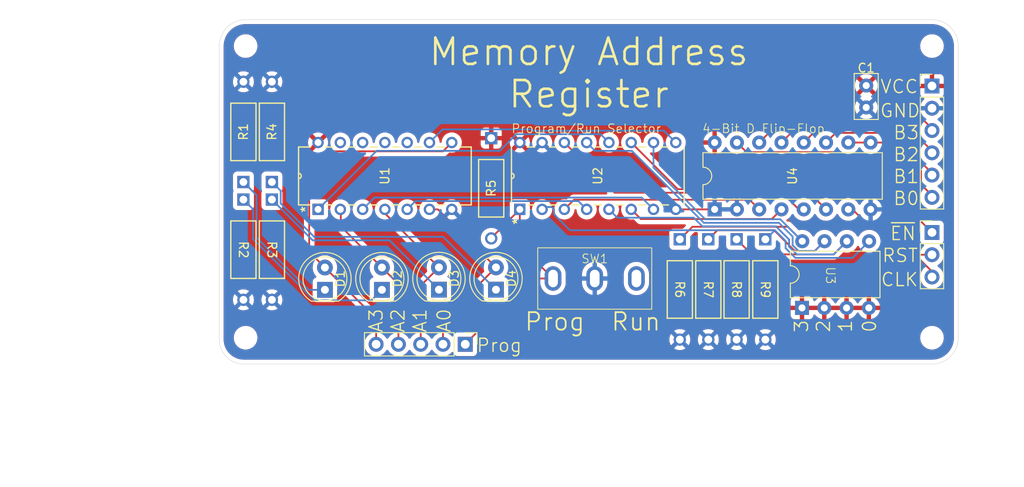
<source format=kicad_pcb>
(kicad_pcb (version 20240108) (generator "pcbnew") (generator_version "8.0")
  (layers (0 "F.Cu" signal) (31 "B.Cu" signal) (34 "B.Paste" user) (35 "F.Paste" user) (36 "B.SilkS" user "B.Silkscreen") (37 "F.SilkS" user "F.Silkscreen") (38 "B.Mask" user) (39 "F.Mask" user) (44 "Edge.Cuts" user))
  (net 0 "")
  (net 1 "GND")
  (net 2 "+5V")
  (net 3 "Net-(D1-K)")
  (net 4 "/A3")
  (net 5 "/A2")
  (net 6 "Net-(D2-K)")
  (net 7 "Net-(D4-K)")
  (net 8 "/A1")
  (net 9 "/A0")
  (net 10 "/Bus 0")
  (net 11 "/Bus 2")
  (net 12 "/Bus 1")
  (net 13 "/Bus 3")
  (net 14 "/~En")
  (net 15 "/Program")
  (net 16 "/RST")
  (net 17 "/CLK")
  (net 18 "/B1")
  (net 19 "/Prog 3")
  (net 20 "/B3")
  (net 21 "/B2")
  (net 22 "/Prog 1")
  (net 23 "/B0")
  (net 24 "/Prog 0")
  (net 25 "/Prog 2")
  (net 27 "Net-(D3-K)")
  (net 28 "/~A2")
  (net 29 "/~A0")
  (net 30 "/~A1")
  (net 31 "/~A3")
  (footprint "_DownloadFootprints:CF_series_Resistors_THT" (layer "F.Cu") (at 155 81.75 90)
    (property "Reference" "R4" (at 5.715 0 90) (layer "F.SilkS"))
    (property "Value" "220")
    (fp_line (start 8.9916 -1.4351) (end 2.4384 -1.4351) (stroke (width 0.1524)) (layer "F.SilkS"))
    (fp_line (start 2.4384 -1.4351) (end 2.4384 1.4351) (stroke (width 0.1524)) (layer "F.SilkS"))
    (fp_line (start 8.9916 1.4351) (end 8.9916 -1.4351) (stroke (width 0.1524)) (layer "F.SilkS"))
    (fp_line (start 2.4384 1.4351) (end 8.9916 1.4351) (stroke (width 0.1524)) (layer "F.SilkS"))
    (pad "1" thru_hole rect (at 0 0 90) (size 1.397 1.397) (drill 0.889) (layers "*.Cu" "*.Mask") (net 7 "Net-(D4-K)"))
    (pad "2" thru_hole circle (at 11.43 0 90) (size 1.397 1.397) (drill 0.889) (layers "*.Cu" "*.Mask") (net 1 "GND"))
  )
  (footprint "_DownloadFootprints:2_to_1_selector" (layer "F.Cu") (at 201.04 77.25 90)
    (property "Reference" "U2" (at -3.81 -8.89 90) (layer "F.SilkS"))
    (property "Value" "CD74HCT258E")
    (fp_line (start -0.508 -18.7325) (end -6.838835 -18.7325) (stroke (width 0.1524)) (layer "F.SilkS"))
    (fp_line (start -7.112 -16.79956) (end -7.112 -16.078569) (stroke (width 0.1524)) (layer "F.SilkS"))
    (fp_line (start -0.508 -16.078569) (end -0.508 -16.941431) (stroke (width 0.1524)) (layer "F.SilkS"))
    (fp_line (start -7.112 -14.401431) (end -7.112 -13.538569) (stroke (width 0.1524)) (layer "F.SilkS"))
    (fp_line (start -0.508 -13.538569) (end -0.508 -14.401431) (stroke (width 0.1524)) (layer "F.SilkS"))
    (fp_line (start -7.112 -11.861431) (end -7.112 -10.998569) (stroke (width 0.1524)) (layer "F.SilkS"))
    (fp_line (start -0.508 -10.998569) (end -0.508 -11.861431) (stroke (width 0.1524)) (layer "F.SilkS"))
    (fp_line (start -7.112 -9.321431) (end -7.112 -8.458569) (stroke (width 0.1524)) (layer "F.SilkS"))
    (fp_line (start -0.508 -8.458569) (end -0.508 -9.321431) (stroke (width 0.1524)) (layer "F.SilkS"))
    (fp_line (start -7.112 -6.781431) (end -7.112 -5.918569) (stroke (width 0.1524)) (layer "F.SilkS"))
    (fp_line (start -0.508 -5.918569) (end -0.508 -6.781431) (stroke (width 0.1524)) (layer "F.SilkS"))
    (fp_line (start -7.112 -4.241431) (end -7.112 -3.378569) (stroke (width 0.1524)) (layer "F.SilkS"))
    (fp_line (start -0.508 -3.378569) (end -0.508 -4.241431) (stroke (width 0.1524)) (layer "F.SilkS"))
    (fp_line (start -7.112 -1.701431) (end -7.112 -0.838569) (stroke (width 0.1524)) (layer "F.SilkS"))
    (fp_line (start -0.508 -0.838569) (end -0.508 -1.701431) (stroke (width 0.1524)) (layer "F.SilkS"))
    (fp_line (start -7.112 0.9525) (end -0.508 0.9525) (stroke (width 0.1524)) (layer "F.SilkS"))
    (fp_arc (start -3.5052 -18.7325) (mid -3.81 -18.4277) (end -4.1148 -18.7325) (stroke (width 0.1524)) (layer "F.SilkS"))
    (fp_text user "*" (at -9 -18.04 90) (layer "F.SilkS"))
    (pad "1" thru_hole rect (at -7.62 -17.78 90) (size 1.2954 1.2954) (drill 0.7874) (layers "*.Cu" "*.Mask") (net 15 "/Program"))
    (pad "2" thru_hole circle (at -7.62 -15.24 90) (size 1.2954 1.2954) (drill 0.7874) (layers "*.Cu" "*.Mask") (net 24 "/Prog 0"))
    (pad "3" thru_hole circle (at -7.62 -12.7 90) (size 1.2954 1.2954) (drill 0.7874) (layers "*.Cu" "*.Mask") (net 23 "/B0"))
    (pad "4" thru_hole circle (at -7.62 -10.16 90) (size 1.2954 1.2954) (drill 0.7874) (layers "*.Cu" "*.Mask") (net 29 "/~A0"))
    (pad "5" thru_hole circle (at -7.62 -7.62 90) (size 1.2954 1.2954) (drill 0.7874) (layers "*.Cu" "*.Mask") (net 22 "/Prog 1"))
    (pad "6" thru_hole circle (at -7.62 -5.08 90) (size 1.2954 1.2954) (drill 0.7874) (layers "*.Cu" "*.Mask") (net 18 "/B1"))
    (pad "7" thru_hole circle (at -7.62 -2.54 90) (size 1.2954 1.2954) (drill 0.7874) (layers "*.Cu" "*.Mask") (net 30 "/~A1"))
    (pad "8" thru_hole circle (at -7.62 0 90) (size 1.2954 1.2954) (drill 0.7874) (layers "*.Cu" "*.Mask") (net 1 "GND"))
    (pad "9" thru_hole circle (at 0 0 90) (size 1.2954 1.2954) (drill 0.7874) (layers "*.Cu" "*.Mask") (net 31 "/~A3"))
    (pad "10" thru_hole circle (at 0 -2.54 90) (size 1.2954 1.2954) (drill 0.7874) (layers "*.Cu" "*.Mask") (net 19 "/Prog 3"))
    (pad "11" thru_hole circle (at 0 -5.08 90) (size 1.2954 1.2954) (drill 0.7874) (layers "*.Cu" "*.Mask") (net 20 "/B3"))
    (pad "12" thru_hole circle (at 0 -7.62 90) (size 1.2954 1.2954) (drill 0.7874) (layers "*.Cu" "*.Mask") (net 28 "/~A2"))
    (pad "13" thru_hole circle (at 0 -10.16 90) (size 1.2954 1.2954) (drill 0.7874) (layers "*.Cu" "*.Mask") (net 25 "/Prog 2"))
    (pad "14" thru_hole circle (at 0 -12.7 90) (size 1.2954 1.2954) (drill 0.7874) (layers "*.Cu" "*.Mask") (net 21 "/B2"))
    (pad "15" thru_hole circle (at 0 -15.24 90) (size 1.2954 1.2954) (drill 0.7874) (layers "*.Cu" "*.Mask") (net 1 "GND"))
    (pad "16" thru_hole circle (at 0 -17.78 90) (size 1.2954 1.2954) (drill 0.7874) (layers "*.Cu" "*.Mask") (net 2 "+5V"))
  )
  (footprint "MountingHole:MountingHole_2.2mm_M2" (layer "F.Cu") (at 230.25 99.5 -90)
    (property "Reference" "REF**" (hide yes))
    (property "Value" "MountingHole_2.2mm_M2" (hide yes))
    (pad "" np_thru_hole circle (at 0 0 270) (size 2.2 2.2) (drill 2.2) (layers "F&B.Cu" "*.Mask"))
  )
  (footprint "LED_THT:LED_D5.0mm" (layer "F.Cu") (at 174.04 94.025 90)
    (property "Reference" "D3" (at 1.275 1.75 90) (layer "F.SilkS"))
    (property "Value" "LED")
    (fp_line (start -1.29 -1.545) (end -1.29 1.545) (stroke (width 0.12)) (layer "F.SilkS"))
    (fp_arc (start -1.29 -1.54483) (mid 2.072002 -2.880433) (end 4.26 0.000462) (stroke (width 0.12)) (layer "F.SilkS"))
    (fp_arc (start 4.26 -0.000462) (mid 2.072002 2.880433) (end -1.29 1.54483) (stroke (width 0.12)) (layer "F.SilkS"))
    (fp_circle (center 1.27 0) (end 3.77 0) (stroke (width 0.12)) (fill none) (layer "F.SilkS"))
    (pad "1" thru_hole rect (at 0 0 90) (size 1.8 1.8) (drill 0.9) (layers "*.Cu" "*.Mask") (net 27 "Net-(D3-K)"))
    (pad "2" thru_hole circle (at 2.54 0 90) (size 1.8 1.8) (drill 0.9) (layers "*.Cu" "*.Mask") (net 8 "/A1"))
  )
  (footprint "LED_THT:LED_D5.0mm" (layer "F.Cu") (at 180.54 94.025 90)
    (property "Reference" "D4" (at 1.275 1.75 90) (layer "F.SilkS"))
    (property "Value" "LED")
    (fp_line (start -1.29 -1.545) (end -1.29 1.545) (stroke (width 0.12)) (layer "F.SilkS"))
    (fp_arc (start -1.29 -1.54483) (mid 2.072002 -2.880433) (end 4.26 0.000462) (stroke (width 0.12)) (layer "F.SilkS"))
    (fp_arc (start 4.26 -0.000462) (mid 2.072002 2.880433) (end -1.29 1.54483) (stroke (width 0.12)) (layer "F.SilkS"))
    (fp_circle (center 1.27 0) (end 3.77 0) (stroke (width 0.12)) (fill none) (layer "F.SilkS"))
    (pad "1" thru_hole rect (at 0 0 90) (size 1.8 1.8) (drill 0.9) (layers "*.Cu" "*.Mask") (net 7 "Net-(D4-K)"))
    (pad "2" thru_hole circle (at 2.54 0 90) (size 1.8 1.8) (drill 0.9) (layers "*.Cu" "*.Mask") (net 9 "/A0"))
  )
  (footprint "LED_THT:LED_D5.0mm" (layer "F.Cu") (at 161.04 94.04 90)
    (property "Reference" "D1" (at 1.27 1.75 -90) (layer "F.SilkS"))
    (property "Value" "LED")
    (fp_line (start -1.29 -1.545) (end -1.29 1.545) (stroke (width 0.12)) (layer "F.SilkS"))
    (fp_arc (start -1.29 -1.54483) (mid 2.072002 -2.880433) (end 4.26 0.000462) (stroke (width 0.12)) (layer "F.SilkS"))
    (fp_arc (start 4.26 -0.000462) (mid 2.072002 2.880433) (end -1.29 1.54483) (stroke (width 0.12)) (layer "F.SilkS"))
    (fp_circle (center 1.27 0) (end 3.77 0) (stroke (width 0.12)) (fill none) (layer "F.SilkS"))
    (pad "1" thru_hole rect (at 0 0 90) (size 1.8 1.8) (drill 0.9) (layers "*.Cu" "*.Mask") (net 3 "Net-(D1-K)"))
    (pad "2" thru_hole circle (at 2.54 0 90) (size 1.8 1.8) (drill 0.9) (layers "*.Cu" "*.Mask") (net 4 "/A3"))
  )
  (footprint "MountingHole:MountingHole_2.2mm_M2" (layer "F.Cu") (at 152 66.25 90)
    (property "Reference" "REF**" (hide yes))
    (property "Value" "MountingHole_2.2mm_M2" (hide yes))
    (pad "" np_thru_hole circle (at 0 0 90) (size 2.2 2.2) (drill 2.2) (layers "F&B.Cu" "*.Mask"))
  )
  (footprint "_DownloadFootprints:CF_series_Resistors_THT" (layer "F.Cu") (at 151.75 83.75 -90)
    (property "Reference" "R2" (at 5.715 0 -90) (layer "F.SilkS"))
    (property "Value" "220")
    (fp_line (start 2.4384 1.4351) (end 8.9916 1.4351) (stroke (width 0.1524)) (layer "F.SilkS"))
    (fp_line (start 8.9916 1.4351) (end 8.9916 -1.4351) (stroke (width 0.1524)) (layer "F.SilkS"))
    (fp_line (start 2.4384 -1.4351) (end 2.4384 1.4351) (stroke (width 0.1524)) (layer "F.SilkS"))
    (fp_line (start 8.9916 -1.4351) (end 2.4384 -1.4351) (stroke (width 0.1524)) (layer "F.SilkS"))
    (pad "1" thru_hole rect (at 0 0 270) (size 1.397 1.397) (drill 0.889) (layers "*.Cu" "*.Mask") (net 6 "Net-(D2-K)"))
    (pad "2" thru_hole circle (at 11.43 0 270) (size 1.397 1.397) (drill 0.889) (layers "*.Cu" "*.Mask") (net 1 "GND"))
  )
  (footprint "_DownloadFootprints:6x_not" (layer "F.Cu") (at 175.5 77.25 90)
    (property "Reference" "U1" (at -3.81 -7.62 90) (layer "F.SilkS"))
    (property "Value" "SN74AC14N")
    (fp_line (start -0.508 -17.4625) (end -7.112 -17.4625) (stroke (width 0.1524)) (layer "F.SilkS"))
    (fp_line (start -7.112 -17.4625) (end -7.112 -16.22044) (stroke (width 0.1524)) (layer "F.SilkS"))
    (fp_line (start -0.508 -16.078569) (end -0.508 -17.4625) (stroke (width 0.1524)) (layer "F.SilkS"))
    (fp_line (start -7.112 -14.25956) (end -7.112 -13.538569) (stroke (width 0.1524)) (layer "F.SilkS"))
    (fp_line (start -0.508 -13.538569) (end -0.508 -14.401431) (stroke (width 0.1524)) (layer "F.SilkS"))
    (fp_line (start -7.112 -11.861431) (end -7.112 -10.998569) (stroke (width 0.1524)) (layer "F.SilkS"))
    (fp_line (start -0.508 -10.998569) (end -0.508 -11.861431) (stroke (width 0.1524)) (layer "F.SilkS"))
    (fp_line (start -7.112 -9.321431) (end -7.112 -8.458569) (stroke (width 0.1524)) (layer "F.SilkS"))
    (fp_line (start -0.508 -8.458569) (end -0.508 -9.321431) (stroke (width 0.1524)) (layer "F.SilkS"))
    (fp_line (start -7.112 -6.781431) (end -7.112 -5.918569) (stroke (width 0.1524)) (layer "F.SilkS"))
    (fp_line (start -0.508 -5.918569) (end -0.508 -6.781431) (stroke (width 0.1524)) (layer "F.SilkS"))
    (fp_line (start -7.112 -4.241431) (end -7.112 -3.378569) (stroke (width 0.1524)) (layer "F.SilkS"))
    (fp_line (start -0.508 -3.378569) (end -0.508 -4.241431) (stroke (width 0.1524)) (layer "F.SilkS"))
    (fp_line (start -7.112 -1.701431) (end -7.112 -0.838569) (stroke (width 0.1524)) (layer "F.SilkS"))
    (fp_line (start -0.508 -0.838569) (end -0.508 -1.701431) (stroke (width 0.1524)) (layer "F.SilkS"))
    (fp_line (start -7.112 0.838569) (end -7.112 2.2225) (stroke (width 0.1524)) (layer "F.SilkS"))
    (fp_line (start -0.508 2.2225) (end -0.508 0.838569) (stroke (width 0.1524)) (layer "F.SilkS"))
    (fp_line (start -7.112 2.2225) (end -0.508 2.2225) (stroke (width 0.1524)) (layer "F.SilkS"))
    (fp_arc (start -3.5052 -17.4625) (mid -3.81 -17.1577) (end -4.1148 -17.4625) (stroke (width 0.1524)) (layer "F.SilkS"))
    (fp_text user "*" (at -7.62 -16.6497 90) (layer "F.SilkS"))
    (pad "1" thru_hole rect (at -7.62 -15.24 90) (size 1.2954 1.2954) (drill 0.7874) (layers "*.Cu" "*.Mask") (net 28 "/~A2"))
    (pad "2" thru_hole circle (at -7.62 -12.7 90) (size 1.2954 1.2954) (drill 0.7874) (layers "*.Cu" "*.Mask") (net 5 "/A2"))
    (pad "3" thru_hole circle (at -7.62 -10.16 90) (size 1.2954 1.2954) (drill 0.7874) (layers "*.Cu" "*.Mask") (net 30 "/~A1"))
    (pad "4" thru_hole circle (at -7.62 -7.62 90) (size 1.2954 1.2954) (drill 0.7874) (layers "*.Cu" "*.Mask") (net 8 "/A1"))
    (pad "5" thru_hole circle (at -7.62 -5.08 90) (size 1.2954 1.2954) (drill 0.7874) (layers "*.Cu" "*.Mask") (net 29 "/~A0"))
    (pad "6" thru_hole circle (at -7.62 -2.54 90) (size 1.2954 1.2954) (drill 0.7874) (layers "*.Cu" "*.Mask") (net 9 "/A0"))
    (pad "7" thru_hole circle (at -7.62 0 90) (size 1.2954 1.2954) (drill 0.7874) (layers "*.Cu" "*.Mask") (net 1 "GND"))
    (pad "8" thru_hole circle (at 0 0 90) (size 1.2954 1.2954) (drill 0.7874) (layers "*.Cu" "*.Mask") (net 4 "/A3"))
    (pad "9" thru_hole circle (at 0 -2.54 90) (size 1.2954 1.2954) (drill 0.7874) (layers "*.Cu" "*.Mask") (net 31 "/~A3"))
    (pad "10" thru_hole circle (at 0 -5.08 90) (size 1.2954 1.2954) (drill 0.7874) (layers "*.Cu" "*.Mask"))
    (pad "11" thru_hole circle (at 0 -7.62 90) (size 1.2954 1.2954) (drill 0.7874) (layers "*.Cu" "*.Mask"))
    (pad "12" thru_hole circle (at 0 -10.16 90) (size 1.2954 1.2954) (drill 0.7874) (layers "*.Cu" "*.Mask"))
    (pad "13" thru_hole circle (at 0 -12.7 90) (size 1.2954 1.2954) (drill 0.7874) (layers "*.Cu" "*.Mask"))
    (pad "14" thru_hole circle (at 0 -15.24 90) (size 1.2954 1.2954) (drill 0.7874) (layers "*.Cu" "*.Mask") (net 2 "+5V"))
  )
  (footprint "_DownloadFootprints:CF_series_Resistors_THT" (layer "F.Cu") (at 151.75 81.75 90)
    (property "Reference" "R1" (at 5.715 0 90) (layer "F.SilkS"))
    (property "Value" "220")
    (fp_line (start 8.9916 -1.4351) (end 2.4384 -1.4351) (stroke (width 0.1524)) (layer "F.SilkS"))
    (fp_line (start 2.4384 -1.4351) (end 2.4384 1.4351) (stroke (width 0.1524)) (layer "F.SilkS"))
    (fp_line (start 8.9916 1.4351) (end 8.9916 -1.4351) (stroke (width 0.1524)) (layer "F.SilkS"))
    (fp_line (start 2.4384 1.4351) (end 8.9916 1.4351) (stroke (width 0.1524)) (layer "F.SilkS"))
    (pad "1" thru_hole rect (at 0 0 90) (size 1.397 1.397) (drill 0.889) (layers "*.Cu" "*.Mask") (net 3 "Net-(D1-K)"))
    (pad "2" thru_hole circle (at 11.43 0 90) (size 1.397 1.397) (drill 0.889) (layers "*.Cu" "*.Mask") (net 1 "GND"))
  )
  (footprint "Connector_PinHeader_2.54mm:PinHeader_1x03_P2.54mm_Vertical" (layer "F.Cu") (at 230.25 87.5)
    (property "Reference" "J3" (hide yes))
    (property "Value" "Conn_01x03_Pin")
    (fp_line (start -1.33 -1.33) (end 0 -1.33) (stroke (width 0.12)) (layer "F.SilkS"))
    (fp_line (start -1.33 0) (end -1.33 -1.33) (stroke (width 0.12)) (layer "F.SilkS"))
    (fp_line (start -1.33 1.27) (end -1.33 6.41) (stroke (width 0.12)) (layer "F.SilkS"))
    (fp_line (start -1.33 1.27) (end 1.33 1.27) (stroke (width 0.12)) (layer "F.SilkS"))
    (fp_line (start -1.33 6.41) (end 1.33 6.41) (stroke (width 0.12)) (layer "F.SilkS"))
    (fp_line (start 1.33 1.27) (end 1.33 6.41) (stroke (width 0.12)) (layer "F.SilkS"))
    (pad "1" thru_hole rect (at 0 0) (size 1.7 1.7) (drill 1) (layers "*.Cu" "*.Mask") (net 14 "/~En"))
    (pad "2" thru_hole oval (at 0 2.54) (size 1.7 1.7) (drill 1) (layers "*.Cu" "*.Mask") (net 16 "/RST"))
    (pad "3" thru_hole oval (at 0 5.08) (size 1.7 1.7) (drill 1) (layers "*.Cu" "*.Mask") (net 17 "/CLK"))
  )
  (footprint "MountingHole:MountingHole_2.2mm_M2" (layer "F.Cu") (at 230.25 66.25)
    (property "Reference" "REF**" (hide yes))
    (property "Value" "MountingHole_2.2mm_M2" (hide yes))
    (pad "" np_thru_hole circle (at 0 0) (size 2.2 2.2) (drill 2.2) (layers "F&B.Cu" "*.Mask"))
  )
  (footprint "_DownloadFootprints:CF_series_Resistors_THT" (layer "F.Cu") (at 211.25 88.285 -90)
    (property "Reference" "R9" (at 5.715 0 -90) (layer "F.SilkS"))
    (property "Value" "1k")
    (fp_line (start 2.4384 1.4351) (end 8.9916 1.4351) (stroke (width 0.1524)) (layer "F.SilkS"))
    (fp_line (start 8.9916 1.4351) (end 8.9916 -1.4351) (stroke (width 0.1524)) (layer "F.SilkS"))
    (fp_line (start 2.4384 -1.4351) (end 2.4384 1.4351) (stroke (width 0.1524)) (layer "F.SilkS"))
    (fp_line (start 8.9916 -1.4351) (end 2.4384 -1.4351) (stroke (width 0.1524)) (layer "F.SilkS"))
    (pad "1" thru_hole rect (at 0 0 270) (size 1.397 1.397) (drill 0.889) (layers "*.Cu" "*.Mask") (net 24 "/Prog 0"))
    (pad "2" thru_hole circle (at 11.43 0 270) (size 1.397 1.397) (drill 0.889) (layers "*.Cu" "*.Mask") (net 1 "GND"))
  )
  (footprint "Package_DIP:DIP-16_W7.62mm" (layer "F.Cu") (at 205.47 84.87 90)
    (property "Reference" "U4" (at 3.8 8.875 90) (layer "F.SilkS"))
    (property "Value" "74LS173")
    (fp_line (start 6.46 -1.33) (end 4.81 -1.33) (stroke (width 0.12)) (layer "F.SilkS"))
    (fp_line (start 2.81 -1.33) (end 1.16 -1.33) (stroke (width 0.12)) (layer "F.SilkS"))
    (fp_line (start 1.16 -1.33) (end 1.16 19.11) (stroke (width 0.12)) (layer "F.SilkS"))
    (fp_line (start 6.46 19.11) (end 6.46 -1.33) (stroke (width 0.12)) (layer "F.SilkS"))
    (fp_line (start 1.16 19.11) (end 6.46 19.11) (stroke (width 0.12)) (layer "F.SilkS"))
    (fp_arc (start 4.81 -1.33) (mid 3.81 -0.33) (end 2.81 -1.33) (stroke (width 0.12)) (layer "F.SilkS"))
    (pad "1" thru_hole rect (at 0 0 90) (size 1.6 1.6) (drill 0.8) (layers "*.Cu" "*.Mask") (net 1 "GND"))
    (pad "2" thru_hole oval (at 0 2.54 90) (size 1.6 1.6) (drill 0.8) (layers "*.Cu" "*.Mask") (net 1 "GND"))
    (pad "3" thru_hole oval (at 0 5.08 90) (size 1.6 1.6) (drill 0.8) (layers "*.Cu" "*.Mask") (net 23 "/B0"))
    (pad "4" thru_hole oval (at 0 7.62 90) (size 1.6 1.6) (drill 0.8) (layers "*.Cu" "*.Mask") (net 18 "/B1"))
    (pad "5" thru_hole oval (at 0 10.16 90) (size 1.6 1.6) (drill 0.8) (layers "*.Cu" "*.Mask") (net 21 "/B2"))
    (pad "6" thru_hole oval (at 0 12.7 90) (size 1.6 1.6) (drill 0.8) (layers "*.Cu" "*.Mask") (net 20 "/B3"))
    (pad "7" thru_hole oval (at 0 15.24 90) (size 1.6 1.6) (drill 0.8) (layers "*.Cu" "*.Mask") (net 17 "/CLK"))
    (pad "8" thru_hole oval (at 0 17.78 90) (size 1.6 1.6) (drill 0.8) (layers "*.Cu" "*.Mask") (net 1 "GND"))
    (pad "9" thru_hole oval (at 7.62 17.78 90) (size 1.6 1.6) (drill 0.8) (layers "*.Cu" "*.Mask") (net 14 "/~En"))
    (pad "10" thru_hole oval (at 7.62 15.24 90) (size 1.6 1.6) (drill 0.8) (layers "*.Cu" "*.Mask") (net 14 "/~En"))
    (pad "11" thru_hole oval (at 7.62 12.7 90) (size 1.6 1.6) (drill 0.8) (layers "*.Cu" "*.Mask") (net 13 "/Bus 3"))
    (pad "12" thru_hole oval (at 7.62 10.16 90) (size 1.6 1.6) (drill 0.8) (layers "*.Cu" "*.Mask") (net 11 "/Bus 2"))
    (pad "13" thru_hole oval (at 7.62 7.62 90) (size 1.6 1.6) (drill 0.8) (layers "*.Cu" "*.Mask") (net 12 "/Bus 1"))
    (pad "14" thru_hole oval (at 7.62 5.08 90) (size 1.6 1.6) (drill 0.8) (layers "*.Cu" "*.Mask") (net 10 "/Bus 0"))
    (pad "15" thru_hole oval (at 7.62 2.54 90) (size 1.6 1.6) (drill 0.8) (layers "*.Cu" "*.Mask") (net 16 "/RST"))
    (pad "16" thru_hole oval (at 7.62 0 90) (size 1.6 1.6) (drill 0.8) (layers "*.Cu" "*.Mask") (net 2 "+5V"))
  )
  (footprint "_DownloadFootprints:CF_series_Resistors_THT" (layer "F.Cu") (at 204.75 88.285 -90)
    (property "Reference" "R7" (at 5.715 0 -90) (layer "F.SilkS"))
    (property "Value" "1k")
    (fp_line (start 2.4384 1.4351) (end 8.9916 1.4351) (stroke (width 0.1524)) (layer "F.SilkS"))
    (fp_line (start 8.9916 1.4351) (end 8.9916 -1.4351) (stroke (width 0.1524)) (layer "F.SilkS"))
    (fp_line (start 2.4384 -1.4351) (end 2.4384 1.4351) (stroke (width 0.1524)) (layer "F.SilkS"))
    (fp_line (start 8.9916 -1.4351) (end 2.4384 -1.4351) (stroke (width 0.1524)) (layer "F.SilkS"))
    (pad "1" thru_hole rect (at 0 0 270) (size 1.397 1.397) (drill 0.889) (layers "*.Cu" "*.Mask") (net 25 "/Prog 2"))
    (pad "2" thru_hole circle (at 11.43 0 270) (size 1.397 1.397) (drill 0.889) (layers "*.Cu" "*.Mask") (net 1 "GND"))
  )
  (footprint "Connector_PinHeader_2.54mm:PinHeader_1x05_P2.54mm_Vertical" (layer "F.Cu") (at 177.04 100.25 -90)
    (property "Reference" "J1" (hide yes))
    (property "Value" "Conn_01x05_Pin")
    (fp_line (start -1.33 11.49) (end 1.33 11.49) (stroke (width 0.12)) (layer "F.SilkS"))
    (fp_line (start -1.33 1.27) (end -1.33 11.49) (stroke (width 0.12)) (layer "F.SilkS"))
    (fp_line (start -1.33 1.27) (end 1.33 1.27) (stroke (width 0.12)) (layer "F.SilkS"))
    (fp_line (start 1.33 1.27) (end 1.33 11.49) (stroke (width 0.12)) (layer "F.SilkS"))
    (fp_line (start -1.33 0) (end -1.33 -1.33) (stroke (width 0.12)) (layer "F.SilkS"))
    (fp_line (start -1.33 -1.33) (end 0 -1.33) (stroke (width 0.12)) (layer "F.SilkS"))
    (pad "1" thru_hole rect (at 0 0 270) (size 1.7 1.7) (drill 1) (layers "*.Cu" "*.Mask") (net 15 "/Program"))
    (pad "2" thru_hole oval (at 0 2.54 270) (size 1.7 1.7) (drill 1) (layers "*.Cu" "*.Mask") (net 9 "/A0"))
    (pad "3" thru_hole oval (at 0 5.08 270) (size 1.7 1.7) (drill 1) (layers "*.Cu" "*.Mask") (net 8 "/A1"))
    (pad "4" thru_hole oval (at 0 7.62 270) (size 1.7 1.7) (drill 1) (layers "*.Cu" "*.Mask") (net 5 "/A2"))
    (pad "5" thru_hole oval (at 0 10.16 270) (size 1.7 1.7) (drill 1) (layers "*.Cu" "*.Mask") (net 4 "/A3"))
  )
  (footprint "MountingHole:MountingHole_2.2mm_M2" (layer "F.Cu") (at 152 99.5 180)
    (property "Reference" "REF**" (hide yes))
    (property "Value" "MountingHole_2.2mm_M2" (hide yes))
    (pad "" np_thru_hole circle (at 0 0 180) (size 2.2 2.2) (drill 2.2) (layers "F&B.Cu" "*.Mask"))
  )
  (footprint "8BitCPUFootprints:DIP-8" (layer "F.Cu") (at 218.68 92.4 90)
    (property "Reference" "U3" (at 0 0 -90) (layer "F.SilkS") (effects (font (thickness 0.1))))
    (property "Value" "~" (hide yes))
    (fp_line (start 2.76 -4.58) (end 1.11 -4.58) (stroke (width 0.12)) (layer "F.SilkS"))
    (fp_line (start -0.89 -4.58) (end -2.54 -4.58) (stroke (width 0.12)) (layer "F.SilkS"))
    (fp_line (start -2.54 -4.58) (end -2.54 5.64) (stroke (width 0.12)) (layer "F.SilkS"))
    (fp_line (start 2.76 5.64) (end 2.76 -4.58) (stroke (width 0.12)) (layer "F.SilkS"))
    (fp_line (start -2.54 5.64) (end 2.76 5.64) (stroke (width 0.12)) (layer "F.SilkS"))
    (fp_arc (start 1.11 -4.58) (mid 0.11 -3.58) (end -0.89 -4.58) (stroke (width 0.12)) (layer "F.SilkS"))
    (pad "1" thru_hole rect (at -3.7 -3.25 90) (size 1.6 1.6) (drill 0.8) (layers "*.Cu" "*.Mask") (net 2 "+5V"))
    (pad "2" thru_hole oval (at -3.7 -0.71 90) (size 1.6 1.6) (drill 0.8) (layers "*.Cu" "*.Mask") (net 2 "+5V"))
    (pad "3" thru_hole oval (at -3.7 1.83 90) (size 1.6 1.6) (drill 0.8) (layers "*.Cu" "*.Mask") (net 2 "+5V"))
    (pad "4" thru_hole oval (at -3.7 4.37 90) (size 1.6 1.6) (drill 0.8) (layers "*.Cu" "*.Mask") (net 2 "+5V"))
    (pad "5" thru_hole oval (at 3.9 4.4 270) (size 1.6 1.6) (drill 0.8) (layers "*.Cu" "*.Mask") (net 24 "/Prog 0"))
    (pad "6" thru_hole oval (at 3.9 1.86 270) (size 1.6 1.6) (drill 0.8) (layers "*.Cu" "*.Mask") (net 22 "/Prog 1"))
    (pad "7" thru_hole oval (at 3.9 -0.68 270) (size 1.6 1.6) (drill 0.8) (layers "*.Cu" "*.Mask") (net 25 "/Prog 2"))
    (pad "8" thru_hole oval (at 3.9 -3.22 270) (size 1.6 1.6) (drill 0.8) (layers "*.Cu" "*.Mask") (net 19 "/Prog 3"))
  )
  (footprint "LED_THT:LED_D5.0mm" (layer "F.Cu") (at 167.54 94.04 90)
    (property "Reference" "D2" (at 1.27 1.75 90) (layer "F.SilkS"))
    (property "Value" "LED")
    (fp_line (start -1.29 -1.545) (end -1.29 1.545) (stroke (width 0.12)) (layer "F.SilkS"))
    (fp_arc (start -1.29 -1.54483) (mid 2.072002 -2.880433) (end 4.26 0.000462) (stroke (width 0.12)) (layer "F.SilkS"))
    (fp_arc (start 4.26 -0.000462) (mid 2.072002 2.880433) (end -1.29 1.54483) (stroke (width 0.12)) (layer "F.SilkS"))
    (fp_circle (center 1.27 0) (end 3.77 0) (stroke (width 0.12)) (fill none) (layer "F.SilkS"))
    (pad "1" thru_hole rect (at 0 0 90) (size 1.8 1.8) (drill 0.9) (layers "*.Cu" "*.Mask") (net 6 "Net-(D2-K)"))
    (pad "2" thru_hole circle (at 2.54 0 90) (size 1.8 1.8) (drill 0.9) (layers "*.Cu" "*.Mask") (net 5 "/A2"))
  )
  (footprint "_DownloadFootprints:CF_series_Resistors_THT" (layer "F.Cu") (at 180 76.75 -90)
    (property "Reference" "R5" (at 5.715 0 90) (layer "F.SilkS"))
    (property "Value" "1k")
    (fp_line (start 2.4384 1.4351) (end 8.9916 1.4351) (stroke (width 0.1524)) (layer "F.SilkS"))
    (fp_line (start 8.9916 1.4351) (end 8.9916 -1.4351) (stroke (width 0.1524)) (layer "F.SilkS"))
    (fp_line (start 2.4384 -1.4351) (end 2.4384 1.4351) (stroke (width 0.1524)) (layer "F.SilkS"))
    (fp_line (start 8.9916 -1.4351) (end 2.4384 -1.4351) (stroke (width 0.1524)) (layer "F.SilkS"))
    (pad "1" thru_hole rect (at 0 0 270) (size 1.397 1.397) (drill 0.889) (layers "*.Cu" "*.Mask") (net 2 "+5V"))
    (pad "2" thru_hole circle (at 11.43 0 270) (size 1.397 1.397) (drill 0.889) (layers "*.Cu" "*.Mask") (net 15 "/Program"))
  )
  (footprint "Connector_PinHeader_2.54mm:PinHeader_1x06_P2.54mm_Vertical" (layer "F.Cu") (at 230.25 70.8)
    (property "Reference" "J2" (hide yes))
    (property "Value" "Conn_01x06_Pin")
    (fp_line (start -1.33 -1.33) (end 0 -1.33) (stroke (width 0.12)) (layer "F.SilkS"))
    (fp_line (start -1.33 0) (end -1.33 -1.33) (stroke (width 0.12)) (layer "F.SilkS"))
    (fp_line (start -1.33 1.27) (end -1.33 14.03) (stroke (width 0.12)) (layer "F.SilkS"))
    (fp_line (start -1.33 1.27) (end 1.33 1.27) (stroke (width 0.12)) (layer "F.SilkS"))
    (fp_line (start -1.33 14.03) (end 1.33 14.03) (stroke (width 0.12)) (layer "F.SilkS"))
    (fp_line (start 1.33 1.27) (end 1.33 14.03) (stroke (width 0.12)) (layer "F.SilkS"))
    (pad "1" thru_hole rect (at 0 0) (size 1.7 1.7) (drill 1) (layers "*.Cu" "*.Mask") (net 2 "+5V"))
    (pad "2" thru_hole oval (at 0 2.54) (size 1.7 1.7) (drill 1) (layers "*.Cu" "*.Mask") (net 1 "GND"))
    (pad "3" thru_hole oval (at 0 5.08) (size 1.7 1.7) (drill 1) (layers "*.Cu" "*.Mask") (net 10 "/Bus 0"))
    (pad "4" thru_hole oval (at 0 7.62) (size 1.7 1.7) (drill 1) (layers "*.Cu" "*.Mask") (net 12 "/Bus 1"))
    (pad "5" thru_hole oval (at 0 10.16) (size 1.7 1.7) (drill 1) (layers "*.Cu" "*.Mask") (net 11 "/Bus 2"))
    (pad "6" thru_hole oval (at 0 12.7) (size 1.7 1.7) (drill 1) (layers "*.Cu" "*.Mask") (net 13 "/Bus 3"))
  )
  (footprint "Capacitor_THT:C_Disc_D5.0mm_W2.5mm_P2.50mm" (layer "F.Cu") (at 222.75 70.75 -90)
    (property "Reference" "C1" (at -2 0 180) (layer "F.SilkS"))
    (property "Value" "0.1uF")
    (fp_line (start -1.37 1.37) (end 3.87 1.37) (stroke (width 0.12)) (layer "F.SilkS"))
    (fp_line (start -1.37 -1.37) (end -1.37 1.37) (stroke (width 0.12)) (layer "F.SilkS"))
    (fp_line (start -1.37 -1.37) (end 3.87 -1.37) (stroke (width 0.12)) (layer "F.SilkS"))
    (fp_line (start 3.87 -1.37) (end 3.87 1.37) (stroke (width 0.12)) (layer "F.SilkS"))
    (pad "1" thru_hole circle (at 0 0 270) (size 1.6 1.6) (drill 0.8) (layers "*.Cu" "*.Mask") (net 2 "+5V"))
    (pad "2" thru_hole circle (at 2.5 0 270) (size 1.6 1.6) (drill 0.8) (layers "*.Cu" "*.Mask") (net 1 "GND"))
  )
  (footprint "_DownloadFootprints:CF_series_Resistors_THT" (layer "F.Cu") (at 207.9734 88.285 -90)
    (property "Reference" "R8" (at 5.715 0 -90) (layer "F.SilkS"))
    (property "Value" "1k")
    (fp_line (start 2.4384 1.4351) (end 8.9916 1.4351) (stroke (width 0.1524)) (layer "F.SilkS"))
    (fp_line (start 8.9916 1.4351) (end 8.9916 -1.4351) (stroke (width 0.1524)) (layer "F.SilkS"))
    (fp_line (start 2.4384 -1.4351) (end 2.4384 1.4351) (stroke (width 0.1524)) (layer "F.SilkS"))
    (fp_line (start 8.9916 -1.4351) (end 2.4384 -1.4351) (stroke (width 0.1524)) (layer "F.SilkS"))
    (pad "1" thru_hole rect (at 0 0 270) (size 1.397 1.397) (drill 0.889) (layers "*.Cu" "*.Mask") (net 22 "/Prog 1"))
    (pad "2" thru_hole circle (at 11.43 0 270) (size 1.397 1.397) (drill 0.889) (layers "*.Cu" "*.Mask") (net 1 "GND"))
  )
  (footprint "8BitCPUFootprints:DoubleThrowSwitch" (layer "F.Cu") (at 191.8 92.75 90)
    (property "Reference" "SW1" (at 2.25 0 0) (layer "F.SilkS") (effects (font (thickness 0.1))))
    (property "Value" "SW_SPDT")
    (fp_rect (start -3.5 -6.5) (end 3.5 6.5) (stroke (width 0.1)) (fill none) (layer "F.SilkS"))
    (pad "1" thru_hole oval (at 0 -4.75 180) (size 1.9 2.8) (drill oval 1.1 2) (layers "*.Cu" "*.Mask") (net 15 "/Program"))
    (pad "2" thru_hole oval (at 0 0 180) (size 1.9 2.8) (drill oval 1.1 2) (layers "*.Cu" "*.Mask") (net 1 "GND"))
    (pad "3" thru_hole oval (at 0 4.75 180) (size 1.9 2.8) (drill oval 1.1 2) (layers "*.Cu" "*.Mask"))
  )
  (footprint "_DownloadFootprints:CF_series_Resistors_THT" (layer "F.Cu") (at 155 83.75 -90)
    (property "Reference" "R3" (at 5.715 0 -90) (layer "F.SilkS"))
    (property "Value" "220")
    (fp_line (start 2.4384 1.4351) (end 8.9916 1.4351) (stroke (width 0.1524)) (layer "F.SilkS"))
    (fp_line (start 8.9916 1.4351) (end 8.9916 -1.4351) (stroke (width 0.1524)) (layer "F.SilkS"))
    (fp_line (start 2.4384 -1.4351) (end 2.4384 1.4351) (stroke (width 0.1524)) (layer "F.SilkS"))
    (fp_line (start 8.9916 -1.4351) (end 2.4384 -1.4351) (stroke (width 0.1524)) (layer "F.SilkS"))
    (pad "1" thru_hole rect (at 0 0 270) (size 1.397 1.397) (drill 0.889) (layers "*.Cu" "*.Mask") (net 27 "Net-(D3-K)"))
    (pad "2" thru_hole circle (at 11.43 0 270) (size 1.397 1.397) (drill 0.889) (layers "*.Cu" "*.Mask") (net 1 "GND"))
  )
  (footprint "_DownloadFootprints:CF_series_Resistors_THT" (layer "F.Cu") (at 201.5 88.285 -90)
    (property "Reference" "R6" (at 5.715 0 -90) (layer "F.SilkS"))
    (property "Value" "1k")
    (fp_line (start 2.4384 1.4351) (end 8.9916 1.4351) (stroke (width 0.1524)) (layer "F.SilkS"))
    (fp_line (start 8.9916 1.4351) (end 8.9916 -1.4351) (stroke (width 0.1524)) (layer "F.SilkS"))
    (fp_line (start 2.4384 -1.4351) (end 2.4384 1.4351) (stroke (width 0.1524)) (layer "F.SilkS"))
    (fp_line (start 8.9916 -1.4351) (end 2.4384 -1.4351) (stroke (width 0.1524)) (layer "F.SilkS"))
    (pad "1" thru_hole rect (at 0 0 270) (size 1.397 1.397) (drill 0.889) (layers "*.Cu" "*.Mask") (net 19 "/Prog 3"))
    (pad "2" thru_hole circle (at 11.43 0 270) (size 1.397 1.397) (drill 0.889) (layers "*.Cu" "*.Mask") (net 1 "GND"))
  )
  (gr_line (start 233.25 66.25) (end 233.25 99.5) (stroke (width 0.05)) (layer "Edge.Cuts"))
  (gr_line (start 230.25 102.5) (end 151.75 102.5) (stroke (width 0.05)) (layer "Edge.Cuts"))
  (gr_arc (start 230.25 63.25) (mid 232.37132 64.12868) (end 233.25 66.25) (stroke (width 0.05)) (layer "Edge.Cuts"))
  (gr_arc (start 149 66.25) (mid 149.878679 64.128679) (end 152 63.25) (stroke (width 0.05)) (layer "Edge.Cuts"))
  (gr_arc (start 151.75 102.5) (mid 149.779043 101.634413) (end 148.997428 99.628674) (stroke (width 0.05)) (layer "Edge.Cuts"))
  (gr_arc (start 233.25 99.5) (mid 232.37132 101.62132) (end 230.25 102.5) (stroke (width 0.05)) (layer "Edge.Cuts"))
  (gr_line (start 152 63.25) (end 230.25 63.25) (stroke (width 0.05)) (layer "Edge.Cuts"))
  (gr_line (start 148.997428 99.628674) (end 148.999985 66.25) (stroke (width 0.05)) (layer "Edge.Cuts"))
  (gr_text "A2" (at 170.25 99 90) (layer "F.SilkS") (effects (font (size 1.5 1.5)) (justify left bottom)))
  (gr_text "4-Bit D Flip-Flop" (at 204 76.25 0) (layer "F.SilkS") (effects (font (size 1 1) (thickness 0.1)) (justify left bottom)))
  (gr_text "GND" (at 229 74.5 0) (layer "F.SilkS") (effects (font (size 1.5 1.5)) (justify right bottom)))
  (gr_text "B2" (at 225.75 79.5 0) (layer "F.SilkS") (effects (font (size 1.5 1.5)) (justify left bottom)))
  (gr_text "B0" (at 225.75 84.5 0) (layer "F.SilkS") (effects (font (size 1.5 1.5)) (justify left bottom)))
  (gr_text "Run" (at 196.5 96.5 0) (layer "F.SilkS") (effects (font (size 2 2) (thickness 0.2)) (justify top)))
  (gr_text "~{EN}" (at 228.5 88.5 0) (layer "F.SilkS") (effects (font (size 1.5 1.5)) (justify right bottom)))
  (gr_text "Program/Run Selector" (at 182.25 76.25 0) (layer "F.SilkS") (effects (font (size 1 1) (thickness 0.1)) (justify left bottom)))
  (gr_text "A1" (at 172.75 99 90) (layer "F.SilkS") (effects (font (size 1.5 1.5)) (justify left bottom)))
  (gr_text "A3" (at 167.75 99 90) (layer "F.SilkS") (effects (font (size 1.5 1.5)) (justify left bottom)))
  (gr_text "Prog" (at 178.25 101.25 0) (layer "F.SilkS") (effects (font (size 1.5 1.5)) (justify left bottom)))
  (gr_text "3" (at 216.25 99 90) (layer "F.SilkS") (effects (font (size 1.5 1.5)) (justify left bottom)))
  (gr_text "0" (at 224 99 90) (layer "F.SilkS") (effects (font (size 1.5 1.5)) (justify left bottom)))
  (gr_text "B1" (at 225.75 82 0) (layer "F.SilkS") (effects (font (size 1.5 1.5)) (justify left bottom)))
  (gr_text "B3" (at 225.75 77 0) (layer "F.SilkS") (effects (font (size 1.5 1.5)) (justify left bottom)))
  (gr_text "A0" (at 175.5 99 90) (layer "F.SilkS") (effects (font (size 1.5 1.5)) (justify left bottom)))
  (gr_text "RST" (at 228.75 91 0) (layer "F.SilkS") (effects (font (size 1.5 1.5)) (justify right bottom)))
  (gr_text "Prog" (at 187.25 96.5 0) (layer "F.SilkS") (effects (font (size 2 2) (thickness 0.2)) (justify top)))
  (gr_text "CLK" (at 228.75 93.75 0) (layer "F.SilkS") (effects (font (size 1.5 1.5)) (justify right bottom)))
  (gr_text "Memory Address\nRegister" (at 191.125 73.5 0) (layer "F.SilkS") (effects (font (size 3 3) (thickness 0.3)) (justify bottom)))
  (gr_text "VCC" (at 228.75 71.75 0) (layer "F.SilkS") (effects (font (size 1.5 1.5)) (justify right bottom)))
  (gr_text "2" (at 218.75 99 90) (layer "F.SilkS") (effects (font (size 1.5 1.5)) (justify left bottom)))
  (gr_text "1" (at 221.25 99 90) (layer "F.SilkS") (effects (font (size 1.5 1.5)) (justify left bottom)))
  (segment (start 205.47 84.87) (end 201.04 84.87) (width 0.2) (layer "F.Cu") (net 1))
  (segment (start 159.205686 94.04) (end 153.25 88.084314) (width 0.2) (layer "B.Cu") (net 3))
  (segment (start 161.04 94.04) (end 159.205686 94.04) (width 0.2) (layer "B.Cu") (net 3))
  (segment (start 153.25 83.25) (end 151.75 81.75) (width 0.2) (layer "B.Cu") (net 3))
  (segment (start 153.25 88.084314) (end 153.25 83.25) (width 0.2) (layer "B.Cu") (net 3))
  (segment (start 166.88 100.25) (end 166.88 97.34) (width 0.2) (layer "F.Cu") (net 4))
  (segment (start 161.04 91.5) (end 159.25 89.71) (width 0.2) (layer "F.Cu") (net 4))
  (segment (start 174.5 78.25) (end 175.5 77.25) (width 0.2) (layer "F.Cu") (net 4))
  (segment (start 159.25 89.71) (end 159.25 81) (width 0.2) (layer "F.Cu") (net 4))
  (segment (start 159.25 81) (end 162 78.25) (width 0.2) (layer "F.Cu") (net 4))
  (segment (start 166.88 97.34) (end 161.04 91.5) (width 0.2) (layer "F.Cu") (net 4))
  (segment (start 162 78.25) (end 174.5 78.25) (width 0.2) (layer "F.Cu") (net 4))
  (segment (start 162.850009 86.810009) (end 162.850009 84.87) (width 0.2) (layer "F.Cu") (net 5))
  (segment (start 167.54 91.5) (end 162.850009 86.810009) (width 0.2) (layer "F.Cu") (net 5))
  (segment (start 169.42 100.25) (end 169.42 93.38) (width 0.2) (layer "F.Cu") (net 5))
  (segment (start 169.42 93.38) (end 167.54 91.5) (width 0.2) (layer "F.Cu") (net 5))
  (segment (start 152.85 84.85) (end 151.75 83.75) (width 0.2) (layer "B.Cu") (net 6))
  (segment (start 166.34 95.24) (end 159.84 95.24) (width 0.2) (layer "B.Cu") (net 6))
  (segment (start 167.54 94.04) (end 166.34 95.24) (width 0.2) (layer "B.Cu") (net 6))
  (segment (start 152.85 88.25) (end 152.85 84.85) (width 0.2) (layer "B.Cu") (net 6))
  (segment (start 159.84 95.24) (end 152.85 88.25) (width 0.2) (layer "B.Cu") (net 6))
  (segment (start 159.815686 88) (end 155.9985 84.182814) (width 0.2) (layer "B.Cu") (net 7))
  (segment (start 155.9985 82.7485) (end 155 81.75) (width 0.2) (layer "B.Cu") (net 7))
  (segment (start 174.515 88) (end 159.815686 88) (width 0.2) (layer "B.Cu") (net 7))
  (segment (start 180.54 94.025) (end 174.515 88) (width 0.2) (layer "B.Cu") (net 7))
  (segment (start 155.9985 84.182814) (end 155.9985 82.7485) (width 0.2) (layer "B.Cu") (net 7))
  (segment (start 174.04 91.485) (end 167.88 85.325) (width 0.2) (layer "F.Cu") (net 8))
  (segment (start 171.96 93.565) (end 174.04 91.485) (width 0.2) (layer "F.Cu") (net 8))
  (segment (start 167.88 85.325) (end 167.88 84.87) (width 0.2) (layer "F.Cu") (net 8))
  (segment (start 171.96 100.25) (end 171.96 93.565) (width 0.2) (layer "F.Cu") (net 8))
  (segment (start 180.54 91.485) (end 173.925 84.87) (width 0.2) (layer "F.Cu") (net 9))
  (segment (start 173.925 84.87) (end 172.96 84.87) (width 0.2) (layer "F.Cu") (net 9))
  (segment (start 174.5 100.25) (end 174.5 97.525) (width 0.2) (layer "F.Cu") (net 9))
  (segment (start 174.5 97.525) (end 180.54 91.485) (width 0.2) (layer "F.Cu") (net 9))
  (segment (start 229.4 74.81) (end 212.99 74.81) (width 0.2) (layer "F.Cu") (net 10))
  (segment (start 212.99 74.81) (end 210.55 77.25) (width 0.2) (layer "F.Cu") (net 10))
  (segment (start 230.25 75.66) (end 229.4 74.81) (width 0.2) (layer "F.Cu") (net 10))
  (segment (start 230.25 80.74) (end 225.26 75.75) (width 0.2) (layer "F.Cu") (net 11))
  (segment (start 225.26 75.75) (end 217.13 75.75) (width 0.2) (layer "F.Cu") (net 11))
  (segment (start 217.13 75.75) (end 215.63 77.25) (width 0.2) (layer "F.Cu") (net 11))
  (segment (start 227.4 75.35) (end 214.99 75.35) (width 0.2) (layer "F.Cu") (net 12))
  (segment (start 230.25 78.2) (end 227.4 75.35) (width 0.2) (layer "F.Cu") (net 12))
  (segment (start 214.99 75.35) (end 213.09 77.25) (width 0.2) (layer "F.Cu") (net 12))
  (segment (start 224.65 76.15) (end 219.27 76.15) (width 0.2) (layer "F.Cu") (net 13))
  (segment (start 219.27 76.15) (end 218.17 77.25) (width 0.2) (layer "F.Cu") (net 13))
  (segment (start 230.25 83.28) (end 229 82.03) (width 0.2) (layer "F.Cu") (net 13))
  (segment (start 229 82.03) (end 229 80.5) (width 0.2) (layer "F.Cu") (net 13))
  (segment (start 229 80.5) (end 224.65 76.15) (width 0.2) (layer "F.Cu") (net 13))
  (segment (start 223.25 77.25) (end 225.184314 77.25) (width 0.2) (layer "F.Cu") (net 14))
  (segment (start 223.25 77.25) (end 220.71 77.25) (width 0.2) (layer "F.Cu") (net 14))
  (segment (start 228.6 80.665686) (end 228.6 85.85) (width 0.2) (layer "F.Cu") (net 14))
  (segment (start 228.6 85.85) (end 230.25 87.5) (width 0.2) (layer "F.Cu") (net 14))
  (segment (start 225.184314 77.25) (end 228.6 80.665686) (width 0.2) (layer "F.Cu") (net 14))
  (segment (start 183.26 88.96) (end 187.05 92.75) (width 0.2) (layer "F.Cu") (net 15))
  (segment (start 180 88.13) (end 183.26 84.87) (width 0.2) (layer "F.Cu") (net 15))
  (segment (start 177.04 100.25) (end 177.04 100.21) (width 0.2) (layer "F.Cu") (net 15))
  (segment (start 177.04 100.21) (end 184.5 92.75) (width 0.2) (layer "F.Cu") (net 15))
  (segment (start 183.26 84.87) (end 183.26 88.96) (width 0.2) (layer "F.Cu") (net 15))
  (segment (start 180 88.18) (end 180 88.13) (width 0.2) (layer "F.Cu") (net 15))
  (segment (start 184.5 92.75) (end 187.05 92.75) (width 0.2) (layer "F.Cu") (net 15))
  (segment (start 208.01 77.25) (end 209.11 78.35) (width 0.2) (layer "F.Cu") (net 16))
  (segment (start 228.895686 90.04) (end 230.25 90.04) (width 0.2) (layer "F.Cu") (net 16))
  (segment (start 225 83.5) (end 225 86.144314) (width 0.2) (layer "F.Cu") (net 16))
  (segment (start 219.85 78.35) (end 225 83.5) (width 0.2) (layer "F.Cu") (net 16))
  (segment (start 209.11 78.35) (end 219.85 78.35) (width 0.2) (layer "F.Cu") (net 16))
  (segment (start 225 86.144314) (end 228.895686 90.04) (width 0.2) (layer "F.Cu") (net 16))
  (segment (start 222.565686 86.25) (end 224.54 86.25) (width 0.2) (layer "F.Cu") (net 17))
  (segment (start 221.185686 84.87) (end 222.565686 86.25) (width 0.2) (layer "F.Cu") (net 17))
  (segment (start 220.71 84.87) (end 221.185686 84.87) (width 0.2) (layer "F.Cu") (net 17))
  (segment (start 224.54 86.25) (end 230.25 91.96) (width 0.2) (layer "F.Cu") (net 17))
  (segment (start 230.25 91.96) (end 230.25 92.58) (width 0.2) (layer "F.Cu") (net 17))
  (segment (start 197.06 85.97) (end 211.99 85.97) (width 0.2) (layer "F.Cu") (net 18))
  (segment (start 211.99 85.97) (end 213.09 84.87) (width 0.2) (layer "F.Cu") (net 18))
  (segment (start 195.96 84.87) (end 197.06 85.97) (width 0.2) (layer "F.Cu") (net 18))
  (segment (start 215.46 88.5) (end 213.81 86.85) (width 0.2) (layer "F.Cu") (net 19))
  (segment (start 202.935 86.85) (end 201.5 88.285) (width 0.2) (layer "F.Cu") (net 19))
  (segment (start 213.81 86.85) (end 202.935 86.85) (width 0.2) (layer "F.Cu") (net 19))
  (segment (start 198.5 80.1) (end 204.4 86) (width 0.2) (layer "B.Cu") (net 19))
  (segment (start 198.5 77.25) (end 198.5 80.1) (width 0.2) (layer "B.Cu") (net 19))
  (segment (start 212.96 86) (end 215.46 88.5) (width 0.2) (layer "B.Cu") (net 19))
  (segment (start 204.4 86) (end 212.96 86) (width 0.2) (layer "B.Cu") (net 19))
  (segment (start 201.28 82.57) (end 195.96 77.25) (width 0.2) (layer "F.Cu") (net 20))
  (segment (start 218.17 84.87) (end 215.87 82.57) (width 0.2) (layer "F.Cu") (net 20))
  (segment (start 215.87 82.57) (end 201.28 82.57) (width 0.2) (layer "F.Cu") (net 20))
  (segment (start 215.63 84.87) (end 215.064315 84.87) (width 0.2) (layer "F.Cu") (net 21))
  (segment (start 215.064315 84.87) (end 213.164315 82.97) (width 0.2) (layer "F.Cu") (net 21))
  (segment (start 194.06 82.97) (end 188.34 77.25) (width 0.2) (layer "F.Cu") (net 21))
  (segment (start 213.164315 82.97) (end 194.06 82.97) (width 0.2) (layer "F.Cu") (net 21))
  (segment (start 209.6884 90) (end 207.9734 88.285) (width 0.2) (layer "F.Cu") (net 22))
  (segment (start 219.04 90) (end 209.6884 90) (width 0.2) (layer "F.Cu") (net 22))
  (segment (start 220.54 88.5) (end 219.04 90) (width 0.2) (layer "F.Cu") (net 22))
  (segment (start 214.838679 90) (end 219.04 90) (width 0.2) (layer "B.Cu") (net 22))
  (segment (start 204.068628 86.8) (end 212.45 86.8) (width 0.2) (layer "B.Cu") (net 22))
  (segment (start 203.086328 85.8177) (end 204.068628 86.8) (width 0.2) (layer "B.Cu") (net 22))
  (segment (start 212.45 86.8) (end 213.96 88.31) (width 0.2) (layer "B.Cu") (net 22))
  (segment (start 213.96 89.121321) (end 214.838679 90) (width 0.2) (layer "B.Cu") (net 22))
  (segment (start 219.04 90) (end 220.54 88.5) (width 0.2) (layer "B.Cu") (net 22))
  (segment (start 194.3677 85.8177) (end 203.086328 85.8177) (width 0.2) (layer "B.Cu") (net 22))
  (segment (start 213.96 88.31) (end 213.96 89.121321) (width 0.2) (layer "B.Cu") (net 22))
  (segment (start 193.42 84.87) (end 194.3677 85.8177) (width 0.2) (layer "B.Cu") (net 22))
  (segment (start 210.55 84.87) (end 209.45 83.77) (width 0.2) (layer "F.Cu") (net 23))
  (segment (start 189.44 83.77) (end 188.34 84.87) (width 0.2) (layer "F.Cu") (net 23))
  (segment (start 209.45 83.77) (end 189.44 83.77) (width 0.2) (layer "F.Cu") (net 23))
  (segment (start 188.974063 87.25) (end 212.334314 87.25) (width 0.2) (layer "B.Cu") (net 24))
  (segment (start 186.07 84.6) (end 186.915685 84.6) (width 0.2) (layer "B.Cu") (net 24))
  (segment (start 187.15 85.425937) (end 188.974063 87.25) (width 0.2) (layer "B.Cu") (net 24))
  (segment (start 211.299314 88.285) (end 212.334314 87.25) (width 0.2) (layer "B.Cu") (net 24))
  (segment (start 214.672993 90.4) (end 221.18 90.4) (width 0.2) (layer "B.Cu") (net 24))
  (segment (start 213.56 89.287007) (end 213.794315 89.521321) (width 0.2) (layer "B.Cu") (net 24))
  (segment (start 213.56 88.475686) (end 213.56 89.287007) (width 0.2) (layer "B.Cu") (net 24))
  (segment (start 211.25 88.285) (end 211.299314 88.285) (width 0.2) (layer "B.Cu") (net 24))
  (segment (start 213.794315 89.521321) (end 214.672993 90.4) (width 0.2) (layer "B.Cu") (net 24))
  (segment (start 221.18 90.4) (end 223.08 88.5) (width 0.2) (layer "B.Cu") (net 24))
  (segment (start 187.15 84.834315) (end 187.15 85.425937) (width 0.2) (layer "B.Cu") (net 24))
  (segment (start 186.915685 84.6) (end 187.15 84.834315) (width 0.2) (layer "B.Cu") (net 24))
  (segment (start 212.334314 87.25) (end 213.56 88.475686) (width 0.2) (layer "B.Cu") (net 24))
  (segment (start 185.8 84.87) (end 186.07 84.6) (width 0.2) (layer "B.Cu") (net 24))
  (segment (start 216.9 89.6) (end 214.6 89.6) (width 0.2) (layer "F.Cu") (net 25))
  (segment (start 214.6 89.6) (end 212.25 87.25) (width 0.2) (layer "F.Cu") (net 25))
  (segment (start 205.785 87.25) (end 204.75 88.285) (width 0.2) (layer "F.Cu") (net 25))
  (segment (start 212.25 87.25) (end 205.785 87.25) (width 0.2) (layer "F.Cu") (net 25))
  (segment (start 218 88.5) (end 216.9 89.6) (width 0.2) (layer "F.Cu") (net 25))
  (segment (start 212.794314 86.4) (end 214.36 87.965686) (width 0.2) (layer "B.Cu") (net 25))
  (segment (start 214.36 87.965686) (end 214.36 88.955635) (width 0.2) (layer "B.Cu") (net 25))
  (segment (start 196.032014 78.1977) (end 204.234314 86.4) (width 0.2) (layer "B.Cu") (net 25))
  (segment (start 216.9 89.6) (end 218 88.5) (width 0.2) (layer "B.Cu") (net 25))
  (segment (start 204.234314 86.4) (end 212.794314 86.4) (width 0.2) (layer "B.Cu") (net 25))
  (segment (start 214.36 88.955635) (end 215.004365 89.6) (width 0.2) (layer "B.Cu") (net 25))
  (segment (start 191.8277 78.1977) (end 196.032014 78.1977) (width 0.2) (layer "B.Cu") (net 25))
  (segment (start 190.88 77.25) (end 191.8277 78.1977) (width 0.2) (layer "B.Cu") (net 25))
  (segment (start 215.004365 89.6) (end 216.9 89.6) (width 0.2) (layer "B.Cu") (net 25))
  (segment (start 174.04 94.025) (end 168.415 88.4) (width 0.2) (layer "B.Cu") (net 27))
  (segment (start 159.65 88.4) (end 155 83.75) (width 0.2) (layer "B.Cu") (net 27))
  (segment (start 168.415 88.4) (end 159.65 88.4) (width 0.2) (layer "B.Cu") (net 27))
  (segment (start 166.9323 78.1977) (end 180.972049 78.1977) (width 0.2) (layer "B.Cu") (net 28))
  (segment (start 180.972049 78.1977) (end 182.867449 76.3023) (width 0.2) (layer "B.Cu") (net 28))
  (segment (start 160.26 84.87) (end 166.9323 78.1977) (width 0.2) (layer "B.Cu") (net 28))
  (segment (start 192.4723 76.3023) (end 193.42 77.25) (width 0.2) (layer "B.Cu") (net 28))
  (segment (start 182.867449 76.3023) (end 192.4723 76.3023) (width 0.2) (layer "B.Cu") (net 28))
  (segment (start 189.9323 83.9223) (end 190.88 84.87) (width 0.2) (layer "B.Cu") (net 29))
  (segment (start 171.3677 83.9223) (end 189.9323 83.9223) (width 0.2) (layer "B.Cu") (net 29))
  (segment (start 170.42 84.87) (end 171.3677 83.9223) (width 0.2) (layer "B.Cu") (net 29))
  (segment (start 197.1523 83.5223) (end 198.5 84.87) (width 0.2) (layer "B.Cu") (net 30))
  (segment (start 166.6877 83.5223) (end 197.1523 83.5223) (width 0.2) (layer "B.Cu") (net 30))
  (segment (start 165.34 84.87) (end 166.6877 83.5223) (width 0.2) (layer "B.Cu") (net 30))
  (segment (start 184.75 75.9023) (end 199.6923 75.9023) (width 0.2) (layer "B.Cu") (net 31))
  (segment (start 184.5992 75.7515) (end 174.4585 75.7515) (width 0.2) (layer "B.Cu") (net 31))
  (segment (start 199.6923 75.9023) (end 201.04 77.25) (width 0.2) (layer "B.Cu") (net 31))
  (segment (start 184.6523 75.9023) (end 184.75 75.9023) (width 0.2) (layer "B.Cu") (net 31))
  (segment (start 184.75 75.9023) (end 184.5992 75.7515) (width 0.2) (layer "B.Cu") (net 31))
  (segment (start 174.4585 75.7515) (end 172.96 77.25) (width 0.2) (layer "B.Cu") (net 31))
  (zone (net 2) (net_name "+5V") (layer "F.Cu") (connect_pads (clearance 0.5)) (min_thickness 0.25) (fill yes (thermal_gap 0.5) (thermal_bridge_width 0.5))
    (polygon (pts (xy 126 61.75) (xy 239.25 61) (xy 240.75 115.25) (xy 124 115.25)))
  )
  (zone (net 1) (net_name "GND") (layer "B.Cu") (priority 1) (connect_pads (clearance 0.5)) (min_thickness 0.25) (fill yes (thermal_gap 0.5) (thermal_bridge_width 0.5))
    (polygon (pts (xy 125.75 61.5) (xy 239.25 61) (xy 239.75 116.5) (xy 124.25 115.75)))
  )
)
</source>
